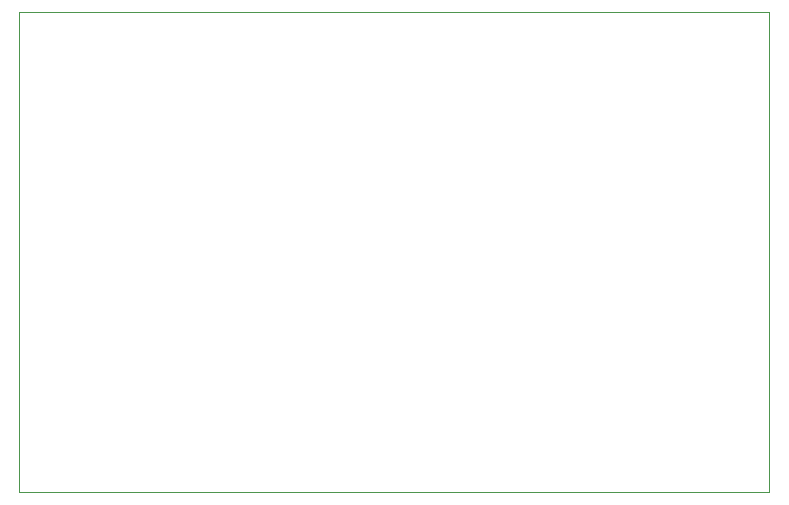
<source format=gm1>
G04 #@! TF.GenerationSoftware,KiCad,Pcbnew,(6.0.7)*
G04 #@! TF.CreationDate,2022-09-05T12:55:51-07:00*
G04 #@! TF.ProjectId,ice2040,69636532-3034-4302-9e6b-696361645f70,1*
G04 #@! TF.SameCoordinates,Original*
G04 #@! TF.FileFunction,Profile,NP*
%FSLAX46Y46*%
G04 Gerber Fmt 4.6, Leading zero omitted, Abs format (unit mm)*
G04 Created by KiCad (PCBNEW (6.0.7)) date 2022-09-05 12:55:51*
%MOMM*%
%LPD*%
G01*
G04 APERTURE LIST*
G04 #@! TA.AperFunction,Profile*
%ADD10C,0.100000*%
G04 #@! TD*
G04 APERTURE END LIST*
D10*
X109220000Y-81280000D02*
X172720000Y-81280000D01*
X172720000Y-81280000D02*
X172720000Y-121920000D01*
X172720000Y-121920000D02*
X109220000Y-121920000D01*
X109220000Y-121920000D02*
X109220000Y-81280000D01*
M02*

</source>
